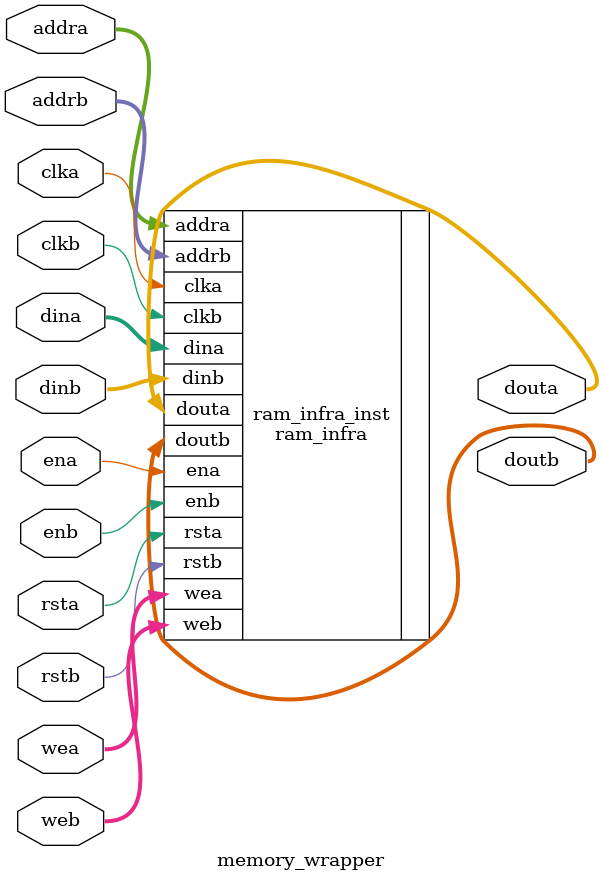
<source format=v>


module memory_wrapper #(
    parameter DATA_WIDTH = 32,
    parameter ADDR_WIDTH = 32
) (

    (* X_INTERFACE_PARAMETER = "XIL_INTERFACENAME PORTA, MEM_ECC NONE, MASTER_TYPE BRAM_CTRL, READ_WRITE_MODE READ_WRITE, READ_LATENCY 2" *)

    (* X_INTERFACE_INFO = "xilinx.com:interface:bram:1.0 PORTA CLK" *)
    input wire clka,

    (* X_INTERFACE_INFO = "xilinx.com:interface:bram:1.0 PORTA RST" *)
    input wire rsta,

    (* X_INTERFACE_INFO = "xilinx.com:interface:bram:1.0 PORTA ADDR" *)
    input wire [ADDR_WIDTH-1:0] addra,

    (* X_INTERFACE_INFO = "xilinx.com:interface:bram:1.0 PORTA DIN" *)
    input wire [DATA_WIDTH-1:0] dina,

    (* X_INTERFACE_INFO = "xilinx.com:interface:bram:1.0 PORTA DOUT" *)
    output wire [DATA_WIDTH-1:0] douta,

    (* X_INTERFACE_INFO = "xilinx.com:interface:bram:1.0 PORTA EN" *)
    input wire ena,

    (* X_INTERFACE_INFO = "xilinx.com:interface:bram:1.0 PORTA WE" *)
    input wire [DATA_WIDTH/8-1:0] wea,


    (* X_INTERFACE_PARAMETER = "XIL_INTERFACENAME PORTB, MEM_ECC NONE, MASTER_TYPE BRAM_CTRL, READ_WRITE_MODE READ_WRITE, READ_LATENCY 2" *)

    (* X_INTERFACE_INFO = "xilinx.com:interface:bram:1.0 PORTB CLK" *)
    input wire clkb,

    (* X_INTERFACE_INFO = "xilinx.com:interface:bram:1.0 PORTB RST" *)
    input wire rstb,

    (* X_INTERFACE_INFO = "xilinx.com:interface:bram:1.0 PORTB ADDR" *)
    input wire [ADDR_WIDTH-1:0] addrb,

    (* X_INTERFACE_INFO = "xilinx.com:interface:bram:1.0 PORTB DIN" *)
    input wire [DATA_WIDTH-1:0] dinb,

    (* X_INTERFACE_INFO = "xilinx.com:interface:bram:1.0 PORTB DOUT" *)
    output wire [DATA_WIDTH-1:0] doutb,

    (* X_INTERFACE_INFO = "xilinx.com:interface:bram:1.0 PORTB EN" *)
    input wire enb,

    (* X_INTERFACE_INFO = "xilinx.com:interface:bram:1.0 PORTB WE" *)
    input wire [DATA_WIDTH/8-1:0] web


);

ram_infra #(
    .DATA_WIDTH(DATA_WIDTH),
    .ADDR_WIDTH(ADDR_WIDTH)
) ram_infra_inst (
    .clka(clka),
    .rsta(rsta),
    .addra(addra),
    .dina(dina),
    .douta(douta),
    .ena(ena),
    .wea(wea),

    .clkb(clkb),
    .rstb(rstb),
    .addrb(addrb),
    .dinb(dinb),
    .doutb(doutb),
    .enb(enb),
    .web(web)
);


endmodule
</source>
